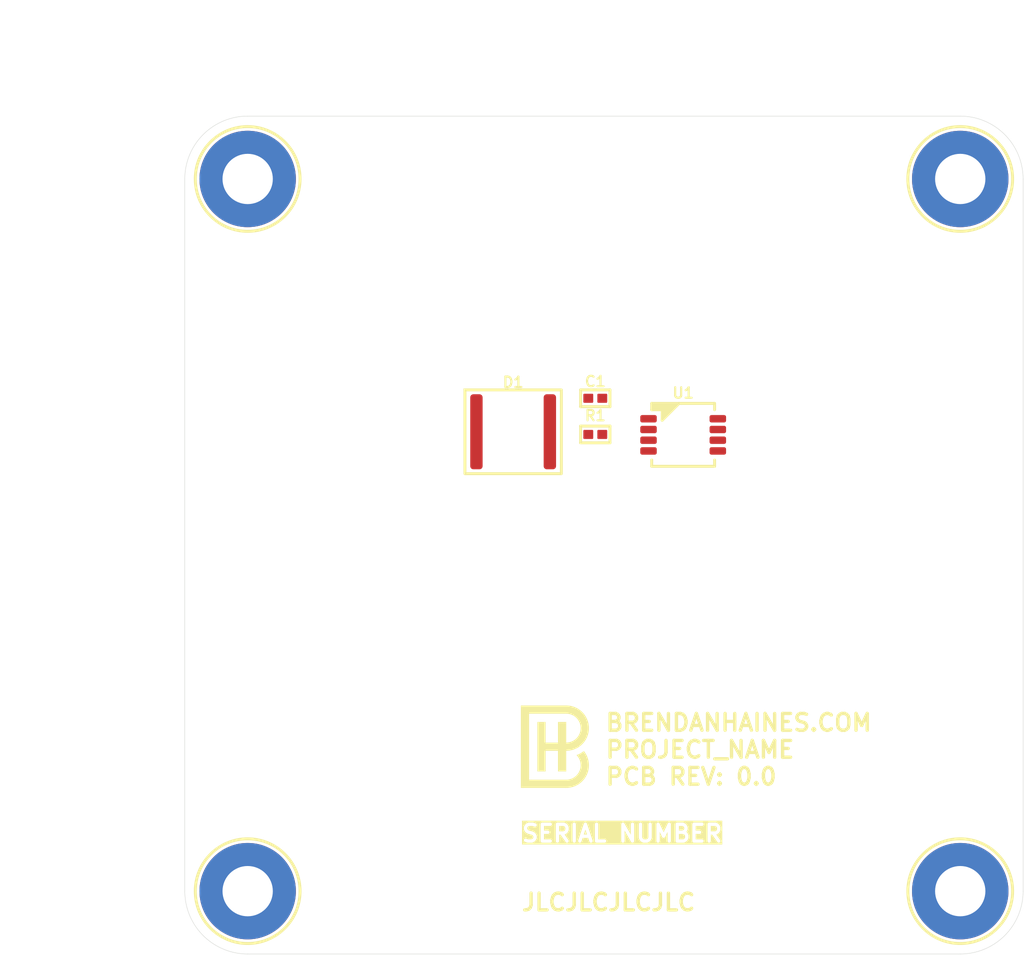
<source format=kicad_pcb>
(kicad_pcb (version 20240108) (generator "pcbnew") (generator_version "8.0")
  (title_block (title "${PROJECT_NAME}") (rev "${PCB_REVISION}") (company "BRENDANHAINES.COM"))
  (layers (0 "F.Cu" signal) (1 "In1.Cu" signal) (2 "In2.Cu" signal) (31 "B.Cu" signal) (34 "B.Paste" user) (35 "F.Paste" user) (36 "B.SilkS" user "B.Silkscreen") (37 "F.SilkS" user "F.Silkscreen") (38 "B.Mask" user) (39 "F.Mask" user) (44 "Edge.Cuts" user))
  (property "PCB_REVISION" "0.0")
  (property "PROJECT_NAME" "PROJECT_NAME")
  (net 0 "")
  (net 1 "GND")
  (net 2 "VDC_N5V0")
  (net 3 "/OUT")
  (net 4 "/IN")
  (net 6 "VDC_5V0")
  (footprint "common:MH120X230_#4" (layer "F.Cu") (at 123.19 123.19)
    (property "Reference" "MH3" (hide yes))
    (property "Value" "Mounting_Hole" (hide yes))
    (fp_circle (center 0 0) (end 3.175 0) (stroke (width 0.1778)) (fill none) (layer "F.SilkS"))
    (pad "1" thru_hole circle (at 0 0) (size 5.842 5.842) (drill 3.048) (layers "*.Cu" "*.Mask") (net 1 "GND"))
  )
  (footprint "common:LOGO_BH" (layer "F.Cu") (at 99.06 116.84)
    (property "Reference" "LOGO1" (hide yes))
    (property "Value" "~" (hide yes))
    (fp_poly (pts (xy 0.340334 -4.906285) (xy 0.426334 -4.89815) (xy 0.511644 -4.88464) (xy 0.595939 -4.865795) (xy 0.678894 -4.8417) (xy 0.760165 -4.81244) (xy 0.839439 -4.778135) (xy 0.916405 -4.73892) (xy 0.990754 -4.69495) (xy 1.062204 -4.646395) (xy 1.130454 -4.59345) (xy 1.195245 -4.536325) (xy 1.256325 -4.475245) (xy 1.313449 -4.410455) (xy 1.366394 -4.342205) (xy 1.414949 -4.270755) (xy 1.45892 -4.196405) (xy 1.498135 -4.11944) (xy 1.532439 -4.040165) (xy 1.561699 -3.958895) (xy 1.585795 -3.87594) (xy 1.60464 -3.791645) (xy 1.61815 -3.706335) (xy 1.626285 -3.620335) (xy 1.629 -3.534) (xy 1.626285 -3.447665) (xy 1.61815 -3.361665) (xy 1.60464 -3.276355) (xy 1.585795 -3.19206) (xy 1.561699 -3.109105) (xy 1.532439 -3.027835) (xy 1.498135 -2.94856) (xy 1.45892 -2.871594) (xy 1.414949 -2.797245) (xy 1.366395 -2.725796) (xy 1.31345 -2.657543) (xy 1.256325 -2.592754) (xy 1.195245 -2.531674) (xy 1.130455 -2.474552) (xy 1.062205 -2.421604) (xy 0.990755 -2.373051) (xy 0.916405 -2.329083) (xy 0.83944 -2.289867) (xy 0.760165 -2.255558) (xy 0.678895 -2.226299) (xy 0.59594 -2.202206) (xy 0.511645 -2.183361) (xy 0.426335 -2.169849) (xy 0.340335 -2.161717) (xy 0.254 -2.159) (xy 0.254 -0.909001) (xy -0.246 -0.909001) (xy -0.246 -2.159) (xy -0.996 -2.159) (xy -0.996 -0.909001) (xy -1.496 -0.909001) (xy -1.496 -3.909) (xy -0.996 -3.909) (xy -0.996 -2.659) (xy -0.246 -2.659) (xy -0.246 -3.909) (xy 0.254 -3.909) (xy 0.254 -2.659) (xy 0.30894 -2.660733) (xy 0.363665 -2.665905) (xy 0.417955 -2.674503) (xy 0.4716 -2.686497) (xy 0.524385 -2.701832) (xy 0.576105 -2.720448) (xy 0.62655 -2.742283) (xy 0.67553 -2.767238) (xy 0.72284 -2.795215) (xy 0.768305 -2.826115) (xy 0.81174 -2.859806) (xy 0.852975 -2.89616) (xy 0.89184 -2.935025) (xy 0.928195 -2.97626) (xy 0.961885 -3.019695) (xy 0.992785 -3.06516) (xy 1.02076 -3.11247) (xy 1.04572 -3.16145) (xy 1.067555 -3.211895) (xy 1.08617 -3.263615) (xy 1.101505 -3.3164) (xy 1.113495 -3.370045) (xy 1.122094 -3.424335) (xy 1.12727 -3.47906) (xy 1.129 -3.534) (xy 1.12727 -3.58894) (xy 1.122094 -3.643665) (xy 1.113495 -3.697955) (xy 1.101505 -3.7516) (xy 1.08617 -3.804386) (xy 1.067555 -3.856106) (xy 1.04572 -3.90655) (xy 1.02076 -3.95553) (xy 0.992785 -4.00284) (xy 0.961885 -4.048305) (xy 0.928195 -4.09174) (xy 0.89184 -4.132975) (xy 0.852975 -4.17184) (xy 0.81174 -4.208195) (xy 0.768305 -4.241885) (xy 0.72284 -4.272785) (xy 0.67553 -4.30076) (xy 0.62655 -4.32572) (xy 0.576105 -4.347555) (xy 0.524385 -4.36617) (xy 0.4716 -4.381505) (xy 0.417955 -4.393495) (xy 0.363665 -4.402095) (xy 0.30894 -4.40727) (xy 0.254 -4.409) (xy -1.996 -4.409) (xy -1.996 -0.409001) (xy 0.254 -0.409001) (xy 0.30894 -0.410731) (xy 0.363665 -0.415906) (xy 0.417955 -0.424506) (xy 0.4716 -0.436496) (xy 0.524385 -0.451831) (xy 0.576105 -0.470446) (xy 0.62655 -0.492281) (xy 0.67553 -0.517241) (xy 0.72284 -0.545216) (xy 0.768305 -0.576116) (xy 0.81174 -0.609806) (xy 0.852975 -0.646161) (xy 0.89184 -0.685026) (xy 0.928195 -0.726261) (xy 0.961885 -0.769696) (xy 0.992785 -0.815161) (xy 1.02076 -0.862471) (xy 1.04572 -0.911451) (xy 1.067555 -0.961896) (xy 1.08617 -1.013615) (xy 1.101505 -1.066401) (xy 1.113495 -1.120046) (xy 1.122094 -1.174336) (xy 1.12727 -1.229061) (xy 1.129 -1.284001) (xy 1.12727 -1.338941) (xy 1.122094 -1.393666) (xy 1.113495 -1.447956) (xy 1.101505 -1.501601) (xy 1.08617 -1.554386) (xy 1.067555 -1.606106) (xy 1.04572 -1.65655) (xy 1.02076 -1.705531) (xy 0.992785 -1.752841) (xy 0.961885 -1.798306) (xy 0.928195 -1.841741) (xy 0.89184 -1.882976) (xy 0.87594 -1.898876) (xy 0.89821 -1.906896) (xy 0.99911 -1.950558) (xy 1.097065 -2.00047) (xy 1.19169 -2.056431) (xy 1.28262 -2.118222) (xy 1.32232 -2.149022) (xy 1.366395 -2.092205) (xy 1.414949 -2.020756) (xy 1.45892 -1.946408) (xy 1.498135 -1.869441) (xy 1.53244 -1.790166) (xy 1.5617 -1.708896) (xy 1.585795 -1.625941) (xy 1.60464 -1.541646) (xy 1.61815 -1.456336) (xy 1.626285 -1.370336) (xy 1.629 -1.284001) (xy 1.626285 -1.197666) (xy 1.61815 -1.111666) (xy 1.60464 -1.026356) (xy 1.585795 -0.942061) (xy 1.5617 -0.859106) (xy 1.53244 -0.777836) (xy 1.498135 -0.698561) (xy 1.45892 -0.621596) (xy 1.414949 -0.547247) (xy 1.366395 -0.475796) (xy 1.31345 -0.407547) (xy 1.256325 -0.342756) (xy 1.195245 -0.281676) (xy 1.130455 -0.224551) (xy 1.062205 -0.171607) (xy 0.990755 -0.123051) (xy 0.916405 -0.079081) (xy 0.83944 -0.039866) (xy 0.760165 -0.005561) (xy 0.678895 0.023699) (xy 0.59594 0.047794) (xy 0.511645 0.066639) (xy 0.426335 0.080149) (xy 0.340335 0.088284) (xy 0.254 0.090999) (xy -2.496 0.090999) (xy -2.496 -4.909) (xy 0.254 -4.909)) (fill solid) (layer "F.SilkS"))
  )
  (footprint "common:MH120X230_#4" (layer "F.Cu") (at 123.19 80.01)
    (property "Reference" "MH2" (hide yes))
    (property "Value" "Mounting_Hole" (hide yes))
    (fp_circle (center 0 0) (end 3.175 0) (stroke (width 0.1778)) (fill none) (layer "F.SilkS"))
    (pad "1" thru_hole circle (at 0 0) (size 5.842 5.842) (drill 3.048) (layers "*.Cu" "*.Mask") (net 1 "GND"))
  )
  (footprint "common:MSOP8" (layer "F.Cu") (at 106.4 95.525)
    (property "Reference" "U1" (at 0 -2.54 0) (layer "F.SilkS") (effects (font (size 0.635 0.635) (thickness 0.127) (bold yes))))
    (property "Value" "AD8651ARMZ")
    (fp_line (start -1.905 -1.905) (end 1.905 -1.905) (stroke (width 0.1778)) (layer "F.SilkS"))
    (fp_line (start -1.905 -1.524) (end -1.905 -1.905) (stroke (width 0.1778)) (layer "F.SilkS"))
    (fp_line (start -1.905 -1.524) (end -1.27 -1.524) (stroke (width 0.1778)) (layer "F.SilkS"))
    (fp_line (start -1.905 1.524) (end -1.905 1.905) (stroke (width 0.1778)) (layer "F.SilkS"))
    (fp_line (start -1.27 -1.524) (end -1.27 -0.889) (stroke (width 0.1778)) (layer "F.SilkS"))
    (fp_line (start -0.254 -1.905) (end -1.27 -0.889) (stroke (width 0.1778)) (layer "F.SilkS"))
    (fp_line (start 1.905 -1.524) (end 1.905 -1.905) (stroke (width 0.1778)) (layer "F.SilkS"))
    (fp_line (start 1.905 1.524) (end 1.905 1.905) (stroke (width 0.1778)) (layer "F.SilkS"))
    (fp_line (start 1.905 1.905) (end -1.905 1.905) (stroke (width 0.1778)) (layer "F.SilkS"))
    (fp_poly (pts (xy -0.254 -1.905) (xy -1.905 -1.905) (xy -1.905 -1.524) (xy -1.27 -1.524) (xy -1.27 -0.889)) (fill solid) (layer "F.SilkS"))
    (pad "1" smd roundrect (at -2.1 -0.975 270) (size 0.45 1) (layers "F.Cu" "F.Paste" "F.Mask"))
    (pad "2" smd roundrect (at -2.1 -0.325 270) (size 0.45 1) (layers "F.Cu" "F.Paste" "F.Mask") (net 4 "/IN"))
    (pad "3" smd roundrect (at -2.1 0.325 270) (size 0.45 1) (layers "F.Cu" "F.Paste" "F.Mask") (net 1 "GND"))
    (pad "4" smd roundrect (at -2.1 0.975 270) (size 0.45 1) (layers "F.Cu" "F.Paste" "F.Mask") (net 2 "VDC_N5V0"))
    (pad "5" smd roundrect (at 2.1 0.975 270) (size 0.45 1) (layers "F.Cu" "F.Paste" "F.Mask"))
    (pad "6" smd roundrect (at 2.1 0.325 270) (size 0.45 1) (layers "F.Cu" "F.Paste" "F.Mask") (net 3 "/OUT"))
    (pad "7" smd roundrect (at 2.1 -0.325 270) (size 0.45 1) (layers "F.Cu" "F.Paste" "F.Mask") (net 6 "VDC_5V0"))
    (pad "8" smd roundrect (at 2.1 -0.975 270) (size 0.45 1) (layers "F.Cu" "F.Paste" "F.Mask"))
  )
  (footprint "common:C0402" (layer "F.Cu") (at 101.075 93.3062)
    (property "Reference" "C1" (at 0 -1.016 0) (layer "F.SilkS") (effects (font (size 0.635 0.635) (thickness 0.127))))
    (property "Value" "3pF" (hide yes))
    (fp_line (start -0.889 -0.508) (end 0.889 -0.508) (stroke (width 0.1778)) (layer "F.SilkS"))
    (fp_line (start -0.889 0.508) (end -0.889 -0.508) (stroke (width 0.1778)) (layer "F.SilkS"))
    (fp_line (start 0.889 -0.508) (end 0.889 0.508) (stroke (width 0.1778)) (layer "F.SilkS"))
    (fp_line (start 0.889 0.508) (end -0.889 0.508) (stroke (width 0.1778)) (layer "F.SilkS"))
    (pad "1" smd roundrect (at -0.425 0) (size 0.6 0.55) (layers "F.Cu" "F.Paste" "F.Mask") (roundrect_rratio 0.1) (net 4 "/IN"))
    (pad "2" smd roundrect (at 0.425 0) (size 0.6 0.55) (layers "F.Cu" "F.Paste" "F.Mask") (roundrect_rratio 0.1) (net 3 "/OUT"))
  )
  (footprint "common:TEMD5110X01" (layer "F.Cu") (at 96.097 95.3382)
    (property "Reference" "D1" (at 0 -3 0) (layer "F.SilkS") (effects (font (size 0.635 0.635) (thickness 0.127) (bold yes))))
    (property "Value" "TEMD5110X01" (hide yes))
    (fp_rect (start -2.921 -2.54) (end 2.921 2.54) (stroke (width 0.1778)) (fill none) (layer "F.SilkS"))
    (pad "A" smd roundrect (at -2.225 0) (size 0.75 4.55) (layers "F.Cu" "F.Paste" "F.Mask") (net 2 "VDC_N5V0"))
    (pad "K" smd roundrect (at 2.225 0) (size 0.75 4.55) (layers "F.Cu" "F.Paste" "F.Mask") (net 4 "/IN"))
  )
  (footprint "common:MH120X230_#4" (layer "F.Cu") (at 80.01 123.19)
    (property "Reference" "MH4" (hide yes))
    (property "Value" "Mounting_Hole" (hide yes))
    (fp_circle (center 0 0) (end 3.175 0) (stroke (width 0.1778)) (fill none) (layer "F.SilkS"))
    (pad "1" thru_hole circle (at 0 0) (size 5.842 5.842) (drill 3.048) (layers "*.Cu" "*.Mask") (net 1 "GND"))
  )
  (footprint "common:R0402" (layer "F.Cu") (at 101.075 95.5)
    (property "Reference" "R1" (at 0 -1.143 0) (layer "F.SilkS") (effects (font (size 0.635 0.635) (thickness 0.127))))
    (property "Value" "25.5k" (hide yes))
    (fp_line (start -0.889 -0.508) (end 0.889 -0.508) (stroke (width 0.1778)) (layer "F.SilkS"))
    (fp_line (start -0.889 0.508) (end -0.889 -0.508) (stroke (width 0.1778)) (layer "F.SilkS"))
    (fp_line (start 0.889 -0.508) (end 0.889 0.508) (stroke (width 0.1778)) (layer "F.SilkS"))
    (fp_line (start 0.889 0.508) (end -0.889 0.508) (stroke (width 0.1778)) (layer "F.SilkS"))
    (pad "1" smd roundrect (at -0.425 0) (size 0.6 0.55) (layers "F.Cu" "F.Paste" "F.Mask") (roundrect_rratio 0.1) (net 4 "/IN"))
    (pad "2" smd roundrect (at 0.425 0) (size 0.6 0.55) (layers "F.Cu" "F.Paste" "F.Mask") (roundrect_rratio 0.1) (net 3 "/OUT"))
  )
  (footprint "common:MH120X230_#4" (layer "F.Cu") (at 80.01 80.01)
    (property "Reference" "MH1" (hide yes))
    (property "Value" "Mounting_Hole" (hide yes))
    (fp_circle (center 0 0) (end 3.175 0) (stroke (width 0.1778)) (fill none) (layer "F.SilkS"))
    (pad "1" thru_hole circle (at 0 0) (size 5.842 5.842) (drill 3.048) (layers "*.Cu" "*.Mask") (net 1 "GND"))
  )
  (gr_line (start 76.2 80.01) (end 76.2 123.19) (stroke (width 0.0254)) (layer "Edge.Cuts"))
  (gr_arc (start 76.2 80.01) (mid 77.315923 77.315923) (end 80.01 76.2) (stroke (width 0.0254)) (layer "Edge.Cuts"))
  (gr_line (start 80.01 76.2) (end 123.19 76.2) (stroke (width 0.0254)) (layer "Edge.Cuts"))
  (gr_line (start 123.19 127) (end 80.01 127) (stroke (width 0.0254)) (layer "Edge.Cuts"))
  (gr_arc (start 123.19 76.2) (mid 125.884077 77.315923) (end 127 80.01) (stroke (width 0.0254)) (layer "Edge.Cuts"))
  (gr_arc (start 127 123.19) (mid 125.884077 125.884077) (end 123.19 127) (stroke (width 0.0254)) (layer "Edge.Cuts"))
  (gr_line (start 127 123.19) (end 127 80.01) (stroke (width 0.0254)) (layer "Edge.Cuts"))
  (gr_arc (start 80.01 127) (mid 77.315923 125.884077) (end 76.2 123.19) (stroke (width 0.0254)) (layer "Edge.Cuts"))
  (gr_text "JLCJLCJLCJLC" (at 96.52 124.46 0) (layer "F.SilkS") (effects (font (size 1.016 1.016) (thickness 0.2032) (bold yes)) (justify left bottom)))
  (gr_text "BRENDANHAINES.COM\n${PROJECT_NAME}\nPCB REV: ${PCB_REVISION}" (at 101.6 116.84 0) (layer "F.SilkS") (effects (font (size 1.016 1.016) (thickness 0.2032) (bold yes)) (justify left bottom)))
  (gr_text "SERIAL NUMBER              \n " (at 96.52 121.92 0) (layer "F.SilkS" knockout) (effects (font (size 1.016 1.016) (thickness 0.2032) (bold yes)) (justify left bottom)))
)
</source>
